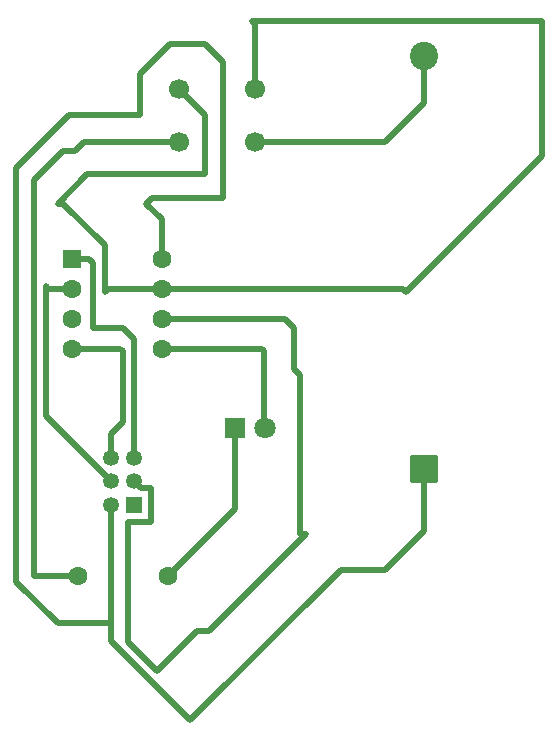
<source format=gbr>
%TF.GenerationSoftware,KiCad,Pcbnew,9.0.7*%
%TF.CreationDate,2026-01-29T17:08:34+02:00*%
%TF.ProjectId,Fab_Lab_Again,4661625f-4c61-4625-9f41-6761696e2e6b,rev?*%
%TF.SameCoordinates,Original*%
%TF.FileFunction,Copper,L1,Top*%
%TF.FilePolarity,Positive*%
%FSLAX46Y46*%
G04 Gerber Fmt 4.6, Leading zero omitted, Abs format (unit mm)*
G04 Created by KiCad (PCBNEW 9.0.7) date 2026-01-29 17:08:34*
%MOMM*%
%LPD*%
G01*
G04 APERTURE LIST*
G04 Aperture macros list*
%AMRoundRect*
0 Rectangle with rounded corners*
0 $1 Rounding radius*
0 $2 $3 $4 $5 $6 $7 $8 $9 X,Y pos of 4 corners*
0 Add a 4 corners polygon primitive as box body*
4,1,4,$2,$3,$4,$5,$6,$7,$8,$9,$2,$3,0*
0 Add four circle primitives for the rounded corners*
1,1,$1+$1,$2,$3*
1,1,$1+$1,$4,$5*
1,1,$1+$1,$6,$7*
1,1,$1+$1,$8,$9*
0 Add four rect primitives between the rounded corners*
20,1,$1+$1,$2,$3,$4,$5,0*
20,1,$1+$1,$4,$5,$6,$7,0*
20,1,$1+$1,$6,$7,$8,$9,0*
20,1,$1+$1,$8,$9,$2,$3,0*%
G04 Aperture macros list end*
%TA.AperFunction,ComponentPad*%
%ADD10C,1.700000*%
%TD*%
%TA.AperFunction,ComponentPad*%
%ADD11C,1.600000*%
%TD*%
%TA.AperFunction,ComponentPad*%
%ADD12RoundRect,0.250000X-0.550000X-0.550000X0.550000X-0.550000X0.550000X0.550000X-0.550000X0.550000X0*%
%TD*%
%TA.AperFunction,ComponentPad*%
%ADD13C,2.400000*%
%TD*%
%TA.AperFunction,ComponentPad*%
%ADD14RoundRect,0.250001X0.949999X-0.949999X0.949999X0.949999X-0.949999X0.949999X-0.949999X-0.949999X0*%
%TD*%
%TA.AperFunction,ComponentPad*%
%ADD15R,1.350000X1.350000*%
%TD*%
%TA.AperFunction,ComponentPad*%
%ADD16C,1.350000*%
%TD*%
%TA.AperFunction,ComponentPad*%
%ADD17R,1.800000X1.800000*%
%TD*%
%TA.AperFunction,ComponentPad*%
%ADD18C,1.800000*%
%TD*%
%TA.AperFunction,Conductor*%
%ADD19C,0.500000*%
%TD*%
G04 APERTURE END LIST*
D10*
%TO.P,SW1,2,2*%
%TO.N,GND*%
X56250000Y68750000D03*
X49750000Y68750000D03*
%TO.P,SW1,1,1*%
%TO.N,Net-(U1-PB2)*%
X56250000Y73250000D03*
X49750000Y73250000D03*
%TD*%
D11*
%TO.P,U1,8,VCC*%
%TO.N,5V*%
X48315000Y58810000D03*
%TO.P,U1,7,PB2*%
%TO.N,Net-(U1-PB2)*%
X48315000Y56270000D03*
%TO.P,U1,6,PB1*%
%TO.N,Net-(J1-SCK)*%
X48315000Y53730000D03*
%TO.P,U1,5,AREF/PB0*%
%TO.N,Net-(D1-A)*%
X48315000Y51190000D03*
%TO.P,U1,4,GND*%
%TO.N,GND*%
X40695000Y51190000D03*
%TO.P,U1,3,XTAL2/PB4*%
%TO.N,Net-(J1-MISO)*%
X40695000Y53730000D03*
%TO.P,U1,2,XTAL1/PB3*%
%TO.N,Net-(J1-MOSI)*%
X40695000Y56270000D03*
D12*
%TO.P,U1,1,~{RESET}/PB5*%
%TO.N,Net-(J1-~{RST})*%
X40695000Y58810000D03*
%TD*%
D13*
%TO.P,C1,2*%
%TO.N,GND*%
X70500000Y76000000D03*
D14*
%TO.P,C1,1*%
%TO.N,5V*%
X70500000Y41000000D03*
%TD*%
D11*
%TO.P,R2,1*%
%TO.N,Net-(D1-K)*%
X48810000Y32000000D03*
%TO.P,R2,2*%
%TO.N,GND*%
X41190000Y32000000D03*
%TD*%
D15*
%TO.P,J1,1,MISO*%
%TO.N,Net-(J1-MISO)*%
X46000000Y38000000D03*
D16*
%TO.P,J1,2,VCC*%
%TO.N,5V*%
X44000000Y38000000D03*
%TO.P,J1,3,SCK*%
%TO.N,Net-(J1-SCK)*%
X46000000Y40000000D03*
%TO.P,J1,4,MOSI*%
%TO.N,Net-(J1-MOSI)*%
X44000000Y40000000D03*
%TO.P,J1,5,~{RST}*%
%TO.N,Net-(J1-~{RST})*%
X46000000Y42000000D03*
%TO.P,J1,6,GND*%
%TO.N,GND*%
X44000000Y42000000D03*
%TD*%
D17*
%TO.P,D1,1,K*%
%TO.N,Net-(D1-K)*%
X54500000Y44500000D03*
D18*
%TO.P,D1,2,A*%
%TO.N,Net-(D1-A)*%
X57040000Y44500000D03*
%TD*%
D19*
%TO.N,GND*%
X67250000Y68750000D02*
X56250000Y68750000D01*
X70500000Y72000000D02*
X67250000Y68750000D01*
X70500000Y76000000D02*
X70500000Y72000000D01*
%TO.N,5V*%
X70500000Y35750000D02*
X70500000Y41000000D01*
X67250000Y32500000D02*
X70500000Y35750000D01*
X63500000Y32500000D02*
X67250000Y32500000D01*
X44000000Y26500000D02*
X50750000Y19750000D01*
X44000000Y28000000D02*
X44000000Y26500000D01*
X50750000Y19750000D02*
X63500000Y32500000D01*
%TO.N,Net-(J1-SCK)*%
X46574000Y39426000D02*
X46000000Y40000000D01*
X47426000Y39426000D02*
X46574000Y39426000D01*
X47426000Y36574000D02*
X47426000Y39426000D01*
X45500000Y36574000D02*
X47426000Y36574000D01*
X45500000Y26415628D02*
X45500000Y36574000D01*
X47957814Y23957814D02*
X45500000Y26415628D01*
X51308277Y27308277D02*
X47957814Y23957814D01*
X60000000Y35500000D02*
X60500000Y35500000D01*
X60000000Y49000000D02*
X60000000Y35500000D01*
X60500000Y35500000D02*
X52308277Y27308277D01*
X59500000Y49500000D02*
X60000000Y49000000D01*
X59500000Y53000000D02*
X59500000Y49500000D01*
X52308277Y27308277D02*
X51308277Y27308277D01*
X58770000Y53730000D02*
X59500000Y53000000D01*
X48315000Y53730000D02*
X58770000Y53730000D01*
%TO.N,Net-(D1-K)*%
X54500000Y37690000D02*
X48810000Y32000000D01*
X54500000Y44500000D02*
X54500000Y37690000D01*
%TO.N,Net-(D1-A)*%
X57040000Y44920000D02*
X57040000Y44500000D01*
X57000000Y44960000D02*
X57040000Y44920000D01*
X57000000Y51000000D02*
X57000000Y44960000D01*
X56810000Y51190000D02*
X57000000Y51000000D01*
X48315000Y51190000D02*
X56810000Y51190000D01*
%TO.N,5V*%
X36000000Y31500000D02*
X39500000Y28000000D01*
X36000000Y66500000D02*
X36000000Y31500000D01*
X40500000Y71000000D02*
X36000000Y66500000D01*
X46500000Y71000000D02*
X40500000Y71000000D01*
X46500000Y74500000D02*
X46500000Y71000000D01*
X52000000Y77000000D02*
X49000000Y77000000D01*
X53500000Y75500000D02*
X52000000Y77000000D01*
X53500000Y64000000D02*
X53500000Y75500000D01*
X47000000Y63500000D02*
X47500000Y64000000D01*
X48315000Y62185000D02*
X47000000Y63500000D01*
X47500000Y64000000D02*
X53500000Y64000000D01*
X49000000Y77000000D02*
X46500000Y74500000D01*
X48315000Y58810000D02*
X48315000Y62185000D01*
X39500000Y28000000D02*
X44000000Y28000000D01*
%TO.N,GND*%
X40000000Y68000000D02*
X41000000Y68000000D01*
X37500000Y65500000D02*
X40000000Y68000000D01*
X41000000Y68000000D02*
X41750000Y68750000D01*
X41750000Y68750000D02*
X49750000Y68750000D01*
X37500000Y32000000D02*
X37500000Y65500000D01*
X41190000Y32000000D02*
X37500000Y32000000D01*
%TO.N,Net-(U1-PB2)*%
X69000000Y56000000D02*
X68730000Y56270000D01*
X80500000Y67500000D02*
X69000000Y56000000D01*
X80500000Y79000000D02*
X80500000Y67500000D01*
X56250000Y78750000D02*
X56000000Y79000000D01*
X56000000Y79000000D02*
X80500000Y79000000D01*
X56250000Y73250000D02*
X56250000Y78750000D01*
X68730000Y56270000D02*
X48315000Y56270000D01*
X52000000Y71000000D02*
X49750000Y73250000D01*
X42000000Y66000000D02*
X52000000Y66000000D01*
X39500000Y63500000D02*
X42000000Y66000000D01*
X43500000Y60000000D02*
X40000000Y63500000D01*
X43500000Y56000000D02*
X43500000Y60000000D01*
X43770000Y56270000D02*
X43500000Y56000000D01*
X48315000Y56270000D02*
X43770000Y56270000D01*
X40000000Y63500000D02*
X39500000Y63500000D01*
X52000000Y66000000D02*
X52000000Y71000000D01*
%TO.N,Net-(J1-~{RST})*%
X45000000Y53000000D02*
X46000000Y52000000D01*
X46000000Y52000000D02*
X46000000Y42000000D01*
X42500000Y53000000D02*
X45000000Y53000000D01*
X42500000Y58500000D02*
X42500000Y53000000D01*
X42190000Y58810000D02*
X42500000Y58500000D01*
X40695000Y58810000D02*
X42190000Y58810000D01*
X40695000Y58805000D02*
X40695000Y58810000D01*
%TO.N,5V*%
X44000000Y38000000D02*
X44000000Y28000000D01*
%TO.N,Net-(J1-MOSI)*%
X38500000Y56500000D02*
X38730000Y56270000D01*
X38730000Y56270000D02*
X40695000Y56270000D01*
X43983331Y40000000D02*
X38500000Y45483331D01*
X38500000Y45483331D02*
X38500000Y56500000D01*
X44000000Y40000000D02*
X43983331Y40000000D01*
%TO.N,GND*%
X45000000Y51000000D02*
X45000000Y45000000D01*
X44810000Y51190000D02*
X45000000Y51000000D01*
X40695000Y51190000D02*
X44810000Y51190000D01*
X44000000Y44000000D02*
X45000000Y45000000D01*
X44000000Y42000000D02*
X44000000Y44000000D01*
%TD*%
M02*

</source>
